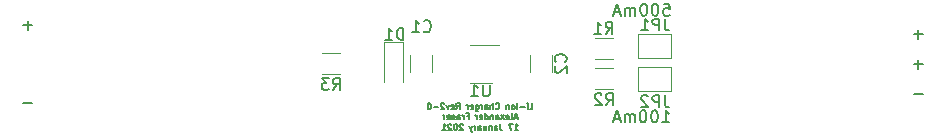
<source format=gbr>
%TF.GenerationSoftware,KiCad,Pcbnew,(5.1.8)-1*%
%TF.CreationDate,2021-01-17T15:05:37-05:00*%
%TF.ProjectId,electronics-li-ion-charger,656c6563-7472-46f6-9e69-63732d6c692d,rev?*%
%TF.SameCoordinates,Original*%
%TF.FileFunction,Legend,Bot*%
%TF.FilePolarity,Positive*%
%FSLAX46Y46*%
G04 Gerber Fmt 4.6, Leading zero omitted, Abs format (unit mm)*
G04 Created by KiCad (PCBNEW (5.1.8)-1) date 2021-01-17 15:05:37*
%MOMM*%
%LPD*%
G01*
G04 APERTURE LIST*
%ADD10C,0.127000*%
%ADD11C,0.150000*%
%ADD12C,0.120000*%
G04 APERTURE END LIST*
D10*
X176841452Y-105449309D02*
X177083357Y-105449309D01*
X177083357Y-104941309D01*
X176672119Y-105449309D02*
X176672119Y-105110642D01*
X176672119Y-104941309D02*
X176696309Y-104965500D01*
X176672119Y-104989690D01*
X176647928Y-104965500D01*
X176672119Y-104941309D01*
X176672119Y-104989690D01*
X176430214Y-105255785D02*
X176043166Y-105255785D01*
X175801261Y-105449309D02*
X175801261Y-104941309D01*
X175486785Y-105449309D02*
X175535166Y-105425119D01*
X175559357Y-105400928D01*
X175583547Y-105352547D01*
X175583547Y-105207404D01*
X175559357Y-105159023D01*
X175535166Y-105134833D01*
X175486785Y-105110642D01*
X175414214Y-105110642D01*
X175365833Y-105134833D01*
X175341642Y-105159023D01*
X175317452Y-105207404D01*
X175317452Y-105352547D01*
X175341642Y-105400928D01*
X175365833Y-105425119D01*
X175414214Y-105449309D01*
X175486785Y-105449309D01*
X175099738Y-105110642D02*
X175099738Y-105449309D01*
X175099738Y-105159023D02*
X175075547Y-105134833D01*
X175027166Y-105110642D01*
X174954595Y-105110642D01*
X174906214Y-105134833D01*
X174882023Y-105183214D01*
X174882023Y-105449309D01*
X173962785Y-105400928D02*
X173986976Y-105425119D01*
X174059547Y-105449309D01*
X174107928Y-105449309D01*
X174180500Y-105425119D01*
X174228880Y-105376738D01*
X174253071Y-105328357D01*
X174277261Y-105231595D01*
X174277261Y-105159023D01*
X174253071Y-105062261D01*
X174228880Y-105013880D01*
X174180500Y-104965500D01*
X174107928Y-104941309D01*
X174059547Y-104941309D01*
X173986976Y-104965500D01*
X173962785Y-104989690D01*
X173745071Y-105449309D02*
X173745071Y-104941309D01*
X173527357Y-105449309D02*
X173527357Y-105183214D01*
X173551547Y-105134833D01*
X173599928Y-105110642D01*
X173672500Y-105110642D01*
X173720880Y-105134833D01*
X173745071Y-105159023D01*
X173067738Y-105449309D02*
X173067738Y-105183214D01*
X173091928Y-105134833D01*
X173140309Y-105110642D01*
X173237071Y-105110642D01*
X173285452Y-105134833D01*
X173067738Y-105425119D02*
X173116119Y-105449309D01*
X173237071Y-105449309D01*
X173285452Y-105425119D01*
X173309642Y-105376738D01*
X173309642Y-105328357D01*
X173285452Y-105279976D01*
X173237071Y-105255785D01*
X173116119Y-105255785D01*
X173067738Y-105231595D01*
X172825833Y-105449309D02*
X172825833Y-105110642D01*
X172825833Y-105207404D02*
X172801642Y-105159023D01*
X172777452Y-105134833D01*
X172729071Y-105110642D01*
X172680690Y-105110642D01*
X172293642Y-105110642D02*
X172293642Y-105521880D01*
X172317833Y-105570261D01*
X172342023Y-105594452D01*
X172390404Y-105618642D01*
X172462976Y-105618642D01*
X172511357Y-105594452D01*
X172293642Y-105425119D02*
X172342023Y-105449309D01*
X172438785Y-105449309D01*
X172487166Y-105425119D01*
X172511357Y-105400928D01*
X172535547Y-105352547D01*
X172535547Y-105207404D01*
X172511357Y-105159023D01*
X172487166Y-105134833D01*
X172438785Y-105110642D01*
X172342023Y-105110642D01*
X172293642Y-105134833D01*
X171858214Y-105425119D02*
X171906595Y-105449309D01*
X172003357Y-105449309D01*
X172051738Y-105425119D01*
X172075928Y-105376738D01*
X172075928Y-105183214D01*
X172051738Y-105134833D01*
X172003357Y-105110642D01*
X171906595Y-105110642D01*
X171858214Y-105134833D01*
X171834023Y-105183214D01*
X171834023Y-105231595D01*
X172075928Y-105279976D01*
X171616309Y-105449309D02*
X171616309Y-105110642D01*
X171616309Y-105207404D02*
X171592119Y-105159023D01*
X171567928Y-105134833D01*
X171519547Y-105110642D01*
X171471166Y-105110642D01*
X170624500Y-105449309D02*
X170793833Y-105207404D01*
X170914785Y-105449309D02*
X170914785Y-104941309D01*
X170721261Y-104941309D01*
X170672880Y-104965500D01*
X170648690Y-104989690D01*
X170624500Y-105038071D01*
X170624500Y-105110642D01*
X170648690Y-105159023D01*
X170672880Y-105183214D01*
X170721261Y-105207404D01*
X170914785Y-105207404D01*
X170213261Y-105425119D02*
X170261642Y-105449309D01*
X170358404Y-105449309D01*
X170406785Y-105425119D01*
X170430976Y-105376738D01*
X170430976Y-105183214D01*
X170406785Y-105134833D01*
X170358404Y-105110642D01*
X170261642Y-105110642D01*
X170213261Y-105134833D01*
X170189071Y-105183214D01*
X170189071Y-105231595D01*
X170430976Y-105279976D01*
X170019738Y-105110642D02*
X169898785Y-105449309D01*
X169777833Y-105110642D01*
X169608500Y-104989690D02*
X169584309Y-104965500D01*
X169535928Y-104941309D01*
X169414976Y-104941309D01*
X169366595Y-104965500D01*
X169342404Y-104989690D01*
X169318214Y-105038071D01*
X169318214Y-105086452D01*
X169342404Y-105159023D01*
X169632690Y-105449309D01*
X169318214Y-105449309D01*
X169100500Y-105255785D02*
X168713452Y-105255785D01*
X168374785Y-104941309D02*
X168326404Y-104941309D01*
X168278023Y-104965500D01*
X168253833Y-104989690D01*
X168229642Y-105038071D01*
X168205452Y-105134833D01*
X168205452Y-105255785D01*
X168229642Y-105352547D01*
X168253833Y-105400928D01*
X168278023Y-105425119D01*
X168326404Y-105449309D01*
X168374785Y-105449309D01*
X168423166Y-105425119D01*
X168447357Y-105400928D01*
X168471547Y-105352547D01*
X168495738Y-105255785D01*
X168495738Y-105134833D01*
X168471547Y-105038071D01*
X168447357Y-104989690D01*
X168423166Y-104965500D01*
X168374785Y-104941309D01*
X175777071Y-106193166D02*
X175535166Y-106193166D01*
X175825452Y-106338309D02*
X175656119Y-105830309D01*
X175486785Y-106338309D01*
X175244880Y-106338309D02*
X175293261Y-106314119D01*
X175317452Y-106265738D01*
X175317452Y-105830309D01*
X174857833Y-106314119D02*
X174906214Y-106338309D01*
X175002976Y-106338309D01*
X175051357Y-106314119D01*
X175075547Y-106265738D01*
X175075547Y-106072214D01*
X175051357Y-106023833D01*
X175002976Y-105999642D01*
X174906214Y-105999642D01*
X174857833Y-106023833D01*
X174833642Y-106072214D01*
X174833642Y-106120595D01*
X175075547Y-106168976D01*
X174664309Y-106338309D02*
X174398214Y-105999642D01*
X174664309Y-105999642D02*
X174398214Y-106338309D01*
X173986976Y-106338309D02*
X173986976Y-106072214D01*
X174011166Y-106023833D01*
X174059547Y-105999642D01*
X174156309Y-105999642D01*
X174204690Y-106023833D01*
X173986976Y-106314119D02*
X174035357Y-106338309D01*
X174156309Y-106338309D01*
X174204690Y-106314119D01*
X174228880Y-106265738D01*
X174228880Y-106217357D01*
X174204690Y-106168976D01*
X174156309Y-106144785D01*
X174035357Y-106144785D01*
X173986976Y-106120595D01*
X173745071Y-105999642D02*
X173745071Y-106338309D01*
X173745071Y-106048023D02*
X173720880Y-106023833D01*
X173672500Y-105999642D01*
X173599928Y-105999642D01*
X173551547Y-106023833D01*
X173527357Y-106072214D01*
X173527357Y-106338309D01*
X173067738Y-106338309D02*
X173067738Y-105830309D01*
X173067738Y-106314119D02*
X173116119Y-106338309D01*
X173212880Y-106338309D01*
X173261261Y-106314119D01*
X173285452Y-106289928D01*
X173309642Y-106241547D01*
X173309642Y-106096404D01*
X173285452Y-106048023D01*
X173261261Y-106023833D01*
X173212880Y-105999642D01*
X173116119Y-105999642D01*
X173067738Y-106023833D01*
X172632309Y-106314119D02*
X172680690Y-106338309D01*
X172777452Y-106338309D01*
X172825833Y-106314119D01*
X172850023Y-106265738D01*
X172850023Y-106072214D01*
X172825833Y-106023833D01*
X172777452Y-105999642D01*
X172680690Y-105999642D01*
X172632309Y-106023833D01*
X172608119Y-106072214D01*
X172608119Y-106120595D01*
X172850023Y-106168976D01*
X172390404Y-106338309D02*
X172390404Y-105999642D01*
X172390404Y-106096404D02*
X172366214Y-106048023D01*
X172342023Y-106023833D01*
X172293642Y-105999642D01*
X172245261Y-105999642D01*
X171519547Y-106072214D02*
X171688880Y-106072214D01*
X171688880Y-106338309D02*
X171688880Y-105830309D01*
X171446976Y-105830309D01*
X171253452Y-106338309D02*
X171253452Y-105999642D01*
X171253452Y-106096404D02*
X171229261Y-106048023D01*
X171205071Y-106023833D01*
X171156690Y-105999642D01*
X171108309Y-105999642D01*
X170721261Y-106338309D02*
X170721261Y-106072214D01*
X170745452Y-106023833D01*
X170793833Y-105999642D01*
X170890595Y-105999642D01*
X170938976Y-106023833D01*
X170721261Y-106314119D02*
X170769642Y-106338309D01*
X170890595Y-106338309D01*
X170938976Y-106314119D01*
X170963166Y-106265738D01*
X170963166Y-106217357D01*
X170938976Y-106168976D01*
X170890595Y-106144785D01*
X170769642Y-106144785D01*
X170721261Y-106120595D01*
X170503547Y-106314119D02*
X170455166Y-106338309D01*
X170358404Y-106338309D01*
X170310023Y-106314119D01*
X170285833Y-106265738D01*
X170285833Y-106241547D01*
X170310023Y-106193166D01*
X170358404Y-106168976D01*
X170430976Y-106168976D01*
X170479357Y-106144785D01*
X170503547Y-106096404D01*
X170503547Y-106072214D01*
X170479357Y-106023833D01*
X170430976Y-105999642D01*
X170358404Y-105999642D01*
X170310023Y-106023833D01*
X169874595Y-106314119D02*
X169922976Y-106338309D01*
X170019738Y-106338309D01*
X170068119Y-106314119D01*
X170092309Y-106265738D01*
X170092309Y-106072214D01*
X170068119Y-106023833D01*
X170019738Y-105999642D01*
X169922976Y-105999642D01*
X169874595Y-106023833D01*
X169850404Y-106072214D01*
X169850404Y-106120595D01*
X170092309Y-106168976D01*
X169632690Y-106338309D02*
X169632690Y-105999642D01*
X169632690Y-106096404D02*
X169608500Y-106048023D01*
X169584309Y-106023833D01*
X169535928Y-105999642D01*
X169487547Y-105999642D01*
X175571452Y-107227309D02*
X175861738Y-107227309D01*
X175716595Y-107227309D02*
X175716595Y-106719309D01*
X175764976Y-106791880D01*
X175813357Y-106840261D01*
X175861738Y-106864452D01*
X175402119Y-106719309D02*
X175063452Y-106719309D01*
X175281166Y-107227309D01*
X174337738Y-106719309D02*
X174337738Y-107082166D01*
X174361928Y-107154738D01*
X174410309Y-107203119D01*
X174482880Y-107227309D01*
X174531261Y-107227309D01*
X173878119Y-107227309D02*
X173878119Y-106961214D01*
X173902309Y-106912833D01*
X173950690Y-106888642D01*
X174047452Y-106888642D01*
X174095833Y-106912833D01*
X173878119Y-107203119D02*
X173926500Y-107227309D01*
X174047452Y-107227309D01*
X174095833Y-107203119D01*
X174120023Y-107154738D01*
X174120023Y-107106357D01*
X174095833Y-107057976D01*
X174047452Y-107033785D01*
X173926500Y-107033785D01*
X173878119Y-107009595D01*
X173636214Y-106888642D02*
X173636214Y-107227309D01*
X173636214Y-106937023D02*
X173612023Y-106912833D01*
X173563642Y-106888642D01*
X173491071Y-106888642D01*
X173442690Y-106912833D01*
X173418500Y-106961214D01*
X173418500Y-107227309D01*
X172958880Y-106888642D02*
X172958880Y-107227309D01*
X173176595Y-106888642D02*
X173176595Y-107154738D01*
X173152404Y-107203119D01*
X173104023Y-107227309D01*
X173031452Y-107227309D01*
X172983071Y-107203119D01*
X172958880Y-107178928D01*
X172499261Y-107227309D02*
X172499261Y-106961214D01*
X172523452Y-106912833D01*
X172571833Y-106888642D01*
X172668595Y-106888642D01*
X172716976Y-106912833D01*
X172499261Y-107203119D02*
X172547642Y-107227309D01*
X172668595Y-107227309D01*
X172716976Y-107203119D01*
X172741166Y-107154738D01*
X172741166Y-107106357D01*
X172716976Y-107057976D01*
X172668595Y-107033785D01*
X172547642Y-107033785D01*
X172499261Y-107009595D01*
X172257357Y-107227309D02*
X172257357Y-106888642D01*
X172257357Y-106985404D02*
X172233166Y-106937023D01*
X172208976Y-106912833D01*
X172160595Y-106888642D01*
X172112214Y-106888642D01*
X171991261Y-106888642D02*
X171870309Y-107227309D01*
X171749357Y-106888642D02*
X171870309Y-107227309D01*
X171918690Y-107348261D01*
X171942880Y-107372452D01*
X171991261Y-107396642D01*
X171192976Y-106767690D02*
X171168785Y-106743500D01*
X171120404Y-106719309D01*
X170999452Y-106719309D01*
X170951071Y-106743500D01*
X170926880Y-106767690D01*
X170902690Y-106816071D01*
X170902690Y-106864452D01*
X170926880Y-106937023D01*
X171217166Y-107227309D01*
X170902690Y-107227309D01*
X170588214Y-106719309D02*
X170539833Y-106719309D01*
X170491452Y-106743500D01*
X170467261Y-106767690D01*
X170443071Y-106816071D01*
X170418880Y-106912833D01*
X170418880Y-107033785D01*
X170443071Y-107130547D01*
X170467261Y-107178928D01*
X170491452Y-107203119D01*
X170539833Y-107227309D01*
X170588214Y-107227309D01*
X170636595Y-107203119D01*
X170660785Y-107178928D01*
X170684976Y-107130547D01*
X170709166Y-107033785D01*
X170709166Y-106912833D01*
X170684976Y-106816071D01*
X170660785Y-106767690D01*
X170636595Y-106743500D01*
X170588214Y-106719309D01*
X170225357Y-106767690D02*
X170201166Y-106743500D01*
X170152785Y-106719309D01*
X170031833Y-106719309D01*
X169983452Y-106743500D01*
X169959261Y-106767690D01*
X169935071Y-106816071D01*
X169935071Y-106864452D01*
X169959261Y-106937023D01*
X170249547Y-107227309D01*
X169935071Y-107227309D01*
X169451261Y-107227309D02*
X169741547Y-107227309D01*
X169596404Y-107227309D02*
X169596404Y-106719309D01*
X169644785Y-106791880D01*
X169693166Y-106840261D01*
X169741547Y-106864452D01*
D11*
X188070904Y-106560880D02*
X188642333Y-106560880D01*
X188356619Y-106560880D02*
X188356619Y-105560880D01*
X188451857Y-105703738D01*
X188547095Y-105798976D01*
X188642333Y-105846595D01*
X187451857Y-105560880D02*
X187356619Y-105560880D01*
X187261380Y-105608500D01*
X187213761Y-105656119D01*
X187166142Y-105751357D01*
X187118523Y-105941833D01*
X187118523Y-106179928D01*
X187166142Y-106370404D01*
X187213761Y-106465642D01*
X187261380Y-106513261D01*
X187356619Y-106560880D01*
X187451857Y-106560880D01*
X187547095Y-106513261D01*
X187594714Y-106465642D01*
X187642333Y-106370404D01*
X187689952Y-106179928D01*
X187689952Y-105941833D01*
X187642333Y-105751357D01*
X187594714Y-105656119D01*
X187547095Y-105608500D01*
X187451857Y-105560880D01*
X186499476Y-105560880D02*
X186404238Y-105560880D01*
X186309000Y-105608500D01*
X186261380Y-105656119D01*
X186213761Y-105751357D01*
X186166142Y-105941833D01*
X186166142Y-106179928D01*
X186213761Y-106370404D01*
X186261380Y-106465642D01*
X186309000Y-106513261D01*
X186404238Y-106560880D01*
X186499476Y-106560880D01*
X186594714Y-106513261D01*
X186642333Y-106465642D01*
X186689952Y-106370404D01*
X186737571Y-106179928D01*
X186737571Y-105941833D01*
X186689952Y-105751357D01*
X186642333Y-105656119D01*
X186594714Y-105608500D01*
X186499476Y-105560880D01*
X185737571Y-106560880D02*
X185737571Y-105894214D01*
X185737571Y-105989452D02*
X185689952Y-105941833D01*
X185594714Y-105894214D01*
X185451857Y-105894214D01*
X185356619Y-105941833D01*
X185309000Y-106037071D01*
X185309000Y-106560880D01*
X185309000Y-106037071D02*
X185261380Y-105941833D01*
X185166142Y-105894214D01*
X185023285Y-105894214D01*
X184928047Y-105941833D01*
X184880428Y-106037071D01*
X184880428Y-106560880D01*
X184451857Y-106275166D02*
X183975666Y-106275166D01*
X184547095Y-106560880D02*
X184213761Y-105560880D01*
X183880428Y-106560880D01*
X188182023Y-96543880D02*
X188658214Y-96543880D01*
X188705833Y-97020071D01*
X188658214Y-96972452D01*
X188562976Y-96924833D01*
X188324880Y-96924833D01*
X188229642Y-96972452D01*
X188182023Y-97020071D01*
X188134404Y-97115309D01*
X188134404Y-97353404D01*
X188182023Y-97448642D01*
X188229642Y-97496261D01*
X188324880Y-97543880D01*
X188562976Y-97543880D01*
X188658214Y-97496261D01*
X188705833Y-97448642D01*
X187515357Y-96543880D02*
X187420119Y-96543880D01*
X187324880Y-96591500D01*
X187277261Y-96639119D01*
X187229642Y-96734357D01*
X187182023Y-96924833D01*
X187182023Y-97162928D01*
X187229642Y-97353404D01*
X187277261Y-97448642D01*
X187324880Y-97496261D01*
X187420119Y-97543880D01*
X187515357Y-97543880D01*
X187610595Y-97496261D01*
X187658214Y-97448642D01*
X187705833Y-97353404D01*
X187753452Y-97162928D01*
X187753452Y-96924833D01*
X187705833Y-96734357D01*
X187658214Y-96639119D01*
X187610595Y-96591500D01*
X187515357Y-96543880D01*
X186562976Y-96543880D02*
X186467738Y-96543880D01*
X186372500Y-96591500D01*
X186324880Y-96639119D01*
X186277261Y-96734357D01*
X186229642Y-96924833D01*
X186229642Y-97162928D01*
X186277261Y-97353404D01*
X186324880Y-97448642D01*
X186372500Y-97496261D01*
X186467738Y-97543880D01*
X186562976Y-97543880D01*
X186658214Y-97496261D01*
X186705833Y-97448642D01*
X186753452Y-97353404D01*
X186801071Y-97162928D01*
X186801071Y-96924833D01*
X186753452Y-96734357D01*
X186705833Y-96639119D01*
X186658214Y-96591500D01*
X186562976Y-96543880D01*
X185801071Y-97543880D02*
X185801071Y-96877214D01*
X185801071Y-96972452D02*
X185753452Y-96924833D01*
X185658214Y-96877214D01*
X185515357Y-96877214D01*
X185420119Y-96924833D01*
X185372500Y-97020071D01*
X185372500Y-97543880D01*
X185372500Y-97020071D02*
X185324880Y-96924833D01*
X185229642Y-96877214D01*
X185086785Y-96877214D01*
X184991547Y-96924833D01*
X184943928Y-97020071D01*
X184943928Y-97543880D01*
X184515357Y-97258166D02*
X184039166Y-97258166D01*
X184610595Y-97543880D02*
X184277261Y-96543880D01*
X183943928Y-97543880D01*
X134746952Y-104973428D02*
X133985047Y-104973428D01*
X134746952Y-98369428D02*
X133985047Y-98369428D01*
X134366000Y-98750380D02*
X134366000Y-97988476D01*
X210121452Y-104211428D02*
X209359547Y-104211428D01*
X210121452Y-101671428D02*
X209359547Y-101671428D01*
X209740500Y-102052380D02*
X209740500Y-101290476D01*
X210121452Y-99131428D02*
X209359547Y-99131428D01*
X209740500Y-99512380D02*
X209740500Y-98750476D01*
D12*
%TO.C,JP2*%
X188852000Y-101933500D02*
X186052000Y-101933500D01*
X186052000Y-101933500D02*
X186052000Y-103933500D01*
X186052000Y-103933500D02*
X188852000Y-103933500D01*
X188852000Y-103933500D02*
X188852000Y-101933500D01*
%TO.C,JP1*%
X188852000Y-99139500D02*
X186052000Y-99139500D01*
X186052000Y-99139500D02*
X186052000Y-101139500D01*
X186052000Y-101139500D02*
X188852000Y-101139500D01*
X188852000Y-101139500D02*
X188852000Y-99139500D01*
%TO.C,D1*%
X166154000Y-99800000D02*
X166154000Y-103200000D01*
X164554000Y-99800000D02*
X166154000Y-99800000D01*
X164554000Y-103200000D02*
X164554000Y-99800000D01*
%TO.C,U1*%
X173620000Y-103210000D02*
X171820000Y-103210000D01*
X171820000Y-99990000D02*
X174270000Y-99990000D01*
%TO.C,R3*%
X160747064Y-100690000D02*
X159292936Y-100690000D01*
X160747064Y-102510000D02*
X159292936Y-102510000D01*
%TO.C,R2*%
X182406936Y-103767300D02*
X183861064Y-103767300D01*
X182406936Y-101947300D02*
X183861064Y-101947300D01*
%TO.C,R1*%
X182406936Y-101227300D02*
X183861064Y-101227300D01*
X182406936Y-99407300D02*
X183861064Y-99407300D01*
%TO.C,C2*%
X176890000Y-100888748D02*
X176890000Y-102311252D01*
X178710000Y-100888748D02*
X178710000Y-102311252D01*
%TO.C,C1*%
X168550000Y-100888748D02*
X168550000Y-102311252D01*
X166730000Y-100888748D02*
X166730000Y-102311252D01*
%TO.C,JP2*%
D11*
X188285333Y-104290880D02*
X188285333Y-105005166D01*
X188332952Y-105148023D01*
X188428190Y-105243261D01*
X188571047Y-105290880D01*
X188666285Y-105290880D01*
X187809142Y-105290880D02*
X187809142Y-104290880D01*
X187428190Y-104290880D01*
X187332952Y-104338500D01*
X187285333Y-104386119D01*
X187237714Y-104481357D01*
X187237714Y-104624214D01*
X187285333Y-104719452D01*
X187332952Y-104767071D01*
X187428190Y-104814690D01*
X187809142Y-104814690D01*
X186856761Y-104386119D02*
X186809142Y-104338500D01*
X186713904Y-104290880D01*
X186475809Y-104290880D01*
X186380571Y-104338500D01*
X186332952Y-104386119D01*
X186285333Y-104481357D01*
X186285333Y-104576595D01*
X186332952Y-104719452D01*
X186904380Y-105290880D01*
X186285333Y-105290880D01*
%TO.C,JP1*%
X188285333Y-97791880D02*
X188285333Y-98506166D01*
X188332952Y-98649023D01*
X188428190Y-98744261D01*
X188571047Y-98791880D01*
X188666285Y-98791880D01*
X187809142Y-98791880D02*
X187809142Y-97791880D01*
X187428190Y-97791880D01*
X187332952Y-97839500D01*
X187285333Y-97887119D01*
X187237714Y-97982357D01*
X187237714Y-98125214D01*
X187285333Y-98220452D01*
X187332952Y-98268071D01*
X187428190Y-98315690D01*
X187809142Y-98315690D01*
X186285333Y-98791880D02*
X186856761Y-98791880D01*
X186571047Y-98791880D02*
X186571047Y-97791880D01*
X186666285Y-97934738D01*
X186761523Y-98029976D01*
X186856761Y-98077595D01*
%TO.C,D1*%
X166155595Y-99575880D02*
X166155595Y-98575880D01*
X165917500Y-98575880D01*
X165774642Y-98623500D01*
X165679404Y-98718738D01*
X165631785Y-98813976D01*
X165584166Y-99004452D01*
X165584166Y-99147309D01*
X165631785Y-99337785D01*
X165679404Y-99433023D01*
X165774642Y-99528261D01*
X165917500Y-99575880D01*
X166155595Y-99575880D01*
X164631785Y-99575880D02*
X165203214Y-99575880D01*
X164917500Y-99575880D02*
X164917500Y-98575880D01*
X165012738Y-98718738D01*
X165107976Y-98813976D01*
X165203214Y-98861595D01*
%TO.C,U1*%
X173456504Y-103389180D02*
X173456504Y-104198704D01*
X173408885Y-104293942D01*
X173361266Y-104341561D01*
X173266028Y-104389180D01*
X173075552Y-104389180D01*
X172980314Y-104341561D01*
X172932695Y-104293942D01*
X172885076Y-104198704D01*
X172885076Y-103389180D01*
X171885076Y-104389180D02*
X172456504Y-104389180D01*
X172170790Y-104389180D02*
X172170790Y-103389180D01*
X172266028Y-103532038D01*
X172361266Y-103627276D01*
X172456504Y-103674895D01*
%TO.C,R3*%
X160186666Y-103830380D02*
X160520000Y-103354190D01*
X160758095Y-103830380D02*
X160758095Y-102830380D01*
X160377142Y-102830380D01*
X160281904Y-102878000D01*
X160234285Y-102925619D01*
X160186666Y-103020857D01*
X160186666Y-103163714D01*
X160234285Y-103258952D01*
X160281904Y-103306571D01*
X160377142Y-103354190D01*
X160758095Y-103354190D01*
X159853333Y-102830380D02*
X159234285Y-102830380D01*
X159567619Y-103211333D01*
X159424761Y-103211333D01*
X159329523Y-103258952D01*
X159281904Y-103306571D01*
X159234285Y-103401809D01*
X159234285Y-103639904D01*
X159281904Y-103735142D01*
X159329523Y-103782761D01*
X159424761Y-103830380D01*
X159710476Y-103830380D01*
X159805714Y-103782761D01*
X159853333Y-103735142D01*
%TO.C,R2*%
X183300666Y-105129680D02*
X183634000Y-104653490D01*
X183872095Y-105129680D02*
X183872095Y-104129680D01*
X183491142Y-104129680D01*
X183395904Y-104177300D01*
X183348285Y-104224919D01*
X183300666Y-104320157D01*
X183300666Y-104463014D01*
X183348285Y-104558252D01*
X183395904Y-104605871D01*
X183491142Y-104653490D01*
X183872095Y-104653490D01*
X182919714Y-104224919D02*
X182872095Y-104177300D01*
X182776857Y-104129680D01*
X182538761Y-104129680D01*
X182443523Y-104177300D01*
X182395904Y-104224919D01*
X182348285Y-104320157D01*
X182348285Y-104415395D01*
X182395904Y-104558252D01*
X182967333Y-105129680D01*
X182348285Y-105129680D01*
%TO.C,R1*%
X183287966Y-99067880D02*
X183621300Y-98591690D01*
X183859395Y-99067880D02*
X183859395Y-98067880D01*
X183478442Y-98067880D01*
X183383204Y-98115500D01*
X183335585Y-98163119D01*
X183287966Y-98258357D01*
X183287966Y-98401214D01*
X183335585Y-98496452D01*
X183383204Y-98544071D01*
X183478442Y-98591690D01*
X183859395Y-98591690D01*
X182335585Y-99067880D02*
X182907014Y-99067880D01*
X182621300Y-99067880D02*
X182621300Y-98067880D01*
X182716538Y-98210738D01*
X182811776Y-98305976D01*
X182907014Y-98353595D01*
%TO.C,C2*%
X179871642Y-101433333D02*
X179919261Y-101385714D01*
X179966880Y-101242857D01*
X179966880Y-101147619D01*
X179919261Y-101004761D01*
X179824023Y-100909523D01*
X179728785Y-100861904D01*
X179538309Y-100814285D01*
X179395452Y-100814285D01*
X179204976Y-100861904D01*
X179109738Y-100909523D01*
X179014500Y-101004761D01*
X178966880Y-101147619D01*
X178966880Y-101242857D01*
X179014500Y-101385714D01*
X179062119Y-101433333D01*
X179062119Y-101814285D02*
X179014500Y-101861904D01*
X178966880Y-101957142D01*
X178966880Y-102195238D01*
X179014500Y-102290476D01*
X179062119Y-102338095D01*
X179157357Y-102385714D01*
X179252595Y-102385714D01*
X179395452Y-102338095D01*
X179966880Y-101766666D01*
X179966880Y-102385714D01*
%TO.C,C1*%
X167870166Y-98845642D02*
X167917785Y-98893261D01*
X168060642Y-98940880D01*
X168155880Y-98940880D01*
X168298738Y-98893261D01*
X168393976Y-98798023D01*
X168441595Y-98702785D01*
X168489214Y-98512309D01*
X168489214Y-98369452D01*
X168441595Y-98178976D01*
X168393976Y-98083738D01*
X168298738Y-97988500D01*
X168155880Y-97940880D01*
X168060642Y-97940880D01*
X167917785Y-97988500D01*
X167870166Y-98036119D01*
X166917785Y-98940880D02*
X167489214Y-98940880D01*
X167203500Y-98940880D02*
X167203500Y-97940880D01*
X167298738Y-98083738D01*
X167393976Y-98178976D01*
X167489214Y-98226595D01*
%TD*%
M02*

</source>
